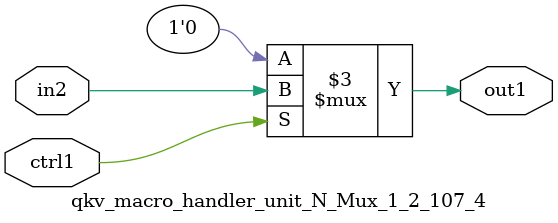
<source format=v>

`timescale 1ps / 1ps


module qkv_macro_handler_unit_N_Mux_1_2_107_4( in2, ctrl1, out1 );

    input in2;
    input ctrl1;
    output out1;
    reg out1;

    
    // rtl_process:qkv_macro_handler_unit_N_Mux_1_2_107_4/qkv_macro_handler_unit_N_Mux_1_2_107_4_thread_1
    always @*
      begin : qkv_macro_handler_unit_N_Mux_1_2_107_4_thread_1
        case (ctrl1) 
          1'b1: 
            begin
              out1 = in2;
            end
          default: 
            begin
              out1 = 1'b0;
            end
        endcase
      end

endmodule





</source>
